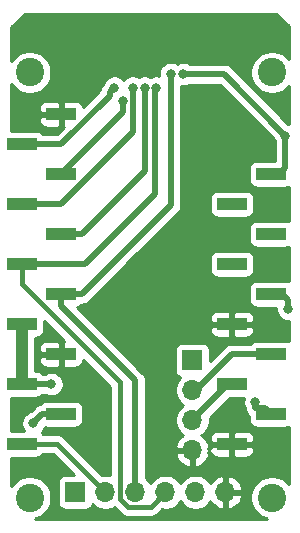
<source format=gbr>
%TF.GenerationSoftware,KiCad,Pcbnew,(5.1.10)-1*%
%TF.CreationDate,2021-11-28T18:03:10+01:00*%
%TF.ProjectId,M5StampC3,4d355374-616d-4704-9333-2e6b69636164,rev?*%
%TF.SameCoordinates,Original*%
%TF.FileFunction,Copper,L2,Bot*%
%TF.FilePolarity,Positive*%
%FSLAX46Y46*%
G04 Gerber Fmt 4.6, Leading zero omitted, Abs format (unit mm)*
G04 Created by KiCad (PCBNEW (5.1.10)-1) date 2021-11-28 18:03:10*
%MOMM*%
%LPD*%
G01*
G04 APERTURE LIST*
%TA.AperFunction,ComponentPad*%
%ADD10O,1.700000X1.700000*%
%TD*%
%TA.AperFunction,ComponentPad*%
%ADD11R,1.700000X1.700000*%
%TD*%
%TA.AperFunction,SMDPad,CuDef*%
%ADD12R,2.510000X1.000000*%
%TD*%
%TA.AperFunction,ViaPad*%
%ADD13C,2.400000*%
%TD*%
%TA.AperFunction,ViaPad*%
%ADD14C,0.800000*%
%TD*%
%TA.AperFunction,Conductor*%
%ADD15C,0.500000*%
%TD*%
%TA.AperFunction,Conductor*%
%ADD16C,1.000000*%
%TD*%
%TA.AperFunction,Conductor*%
%ADD17C,0.400000*%
%TD*%
%TA.AperFunction,Conductor*%
%ADD18C,0.250000*%
%TD*%
%TA.AperFunction,Conductor*%
%ADD19C,0.254000*%
%TD*%
%TA.AperFunction,Conductor*%
%ADD20C,0.100000*%
%TD*%
G04 APERTURE END LIST*
D10*
%TO.P,J4,4*%
%TO.N,GND*%
X129286000Y-78740000D03*
%TO.P,J4,3*%
%TO.N,/D+*%
X129286000Y-76200000D03*
%TO.P,J4,2*%
%TO.N,/D-*%
X129286000Y-73660000D03*
D11*
%TO.P,J4,1*%
%TO.N,+5V*%
X129286000Y-71120000D03*
%TD*%
D10*
%TO.P,J3,6*%
%TO.N,GND*%
X132080000Y-82296000D03*
%TO.P,J3,5*%
%TO.N,/G1*%
X129540000Y-82296000D03*
%TO.P,J3,4*%
%TO.N,/EPD_CLK*%
X127000000Y-82296000D03*
%TO.P,J3,3*%
%TO.N,/EPD_MOSI*%
X124460000Y-82296000D03*
%TO.P,J3,2*%
%TO.N,/G0*%
X121920000Y-82296000D03*
D11*
%TO.P,J3,1*%
%TO.N,+3.3VA*%
X119380000Y-82296000D03*
%TD*%
D12*
%TO.P,J2,10*%
%TO.N,GND*%
X132635000Y-78232000D03*
%TO.P,J2,8*%
%TO.N,/D+*%
X132635000Y-73152000D03*
%TO.P,J2,6*%
%TO.N,GND*%
X132635000Y-68072000D03*
%TO.P,J2,4*%
%TO.N,N/C*%
X132635000Y-62992000D03*
%TO.P,J2,2*%
X132635000Y-57912000D03*
%TO.P,J2,9*%
%TO.N,+5V*%
X135945000Y-75692000D03*
%TO.P,J2,7*%
%TO.N,/D-*%
X135945000Y-70612000D03*
%TO.P,J2,5*%
%TO.N,/G9*%
X135945000Y-65532000D03*
%TO.P,J2,3*%
%TO.N,N/C*%
X135945000Y-60452000D03*
%TO.P,J2,1*%
%TO.N,+3.3VP*%
X135945000Y-55372000D03*
%TD*%
%TO.P,J1,12*%
%TO.N,/G0*%
X114855000Y-78228000D03*
%TO.P,J1,10*%
%TO.N,+5V*%
X114855000Y-73148000D03*
%TO.P,J1,8*%
X114855000Y-68068000D03*
%TO.P,J1,6*%
%TO.N,/EPD_CLK*%
X114855000Y-62988000D03*
%TO.P,J1,4*%
%TO.N,/EPD_DC*%
X114855000Y-57908000D03*
%TO.P,J1,2*%
%TO.N,/EPD_BUSY*%
X114855000Y-52828000D03*
%TO.P,J1,11*%
%TO.N,/G1*%
X118165000Y-75688000D03*
%TO.P,J1,9*%
%TO.N,GND*%
X118165000Y-70608000D03*
%TO.P,J1,7*%
%TO.N,/EPD_MOSI*%
X118165000Y-65528000D03*
%TO.P,J1,5*%
%TO.N,/EPD_CS*%
X118165000Y-60448000D03*
%TO.P,J1,3*%
%TO.N,/EPD_RST*%
X118165000Y-55368000D03*
%TO.P,J1,1*%
%TO.N,GND*%
X118165000Y-50288000D03*
%TD*%
D13*
%TO.N,*%
X136010000Y-82758000D03*
X115510000Y-82758000D03*
X115510000Y-46758000D03*
X136010000Y-46758000D03*
D14*
%TO.N,+5V*%
X117348000Y-73152000D03*
X134620000Y-74676000D03*
%TO.N,GND*%
X120650000Y-74676000D03*
X125730000Y-70358000D03*
X129016000Y-42870000D03*
X122230000Y-42870000D03*
X128778000Y-55372000D03*
X131826000Y-55372000D03*
X125222000Y-65024000D03*
X114554000Y-74676000D03*
X137160000Y-49022000D03*
%TO.N,+3.3VP*%
X128524000Y-46897080D03*
X137160000Y-52110000D03*
%TO.N,/EPD_MOSI*%
X127469610Y-46897080D03*
%TO.N,/EPD_RST*%
X123407000Y-49163791D03*
%TO.N,/EPD_DC*%
X124237994Y-48046000D03*
%TO.N,/EPD_CS*%
X125237997Y-48046000D03*
%TO.N,/EPD_CLK*%
X126238000Y-48046000D03*
%TO.N,/EPD_BUSY*%
X122682000Y-48046000D03*
%TO.N,/G1*%
X115824000Y-76454000D03*
%TO.N,/G9*%
X137414000Y-66802000D03*
%TD*%
D15*
%TO.N,+5V*%
X117344000Y-73148000D02*
X117348000Y-73152000D01*
X114855000Y-73148000D02*
X117344000Y-73148000D01*
D16*
X114855000Y-68068000D02*
X114855000Y-71073000D01*
D15*
X134620000Y-74676000D02*
X134620000Y-75184000D01*
X135437000Y-75184000D02*
X135945000Y-75692000D01*
X134620000Y-75184000D02*
X135437000Y-75184000D01*
D16*
X114855000Y-71073000D02*
X114855000Y-73148000D01*
D15*
%TO.N,+3.3VP*%
X131947080Y-46897080D02*
X137160000Y-52110000D01*
X128524000Y-46897080D02*
X131947080Y-46897080D01*
X135945000Y-55372000D02*
X136652000Y-55372000D01*
X136652000Y-55372000D02*
X137160000Y-54864000D01*
X137160000Y-54864000D02*
X137160000Y-52110000D01*
%TO.N,/EPD_MOSI*%
X127469610Y-57978390D02*
X127469610Y-46897080D01*
X119920000Y-65528000D02*
X127469610Y-57978390D01*
X118165000Y-65528000D02*
X119920000Y-65528000D01*
X124460000Y-72823000D02*
X124460000Y-82296000D01*
X118165000Y-66528000D02*
X124460000Y-72823000D01*
X118165000Y-65528000D02*
X118165000Y-66528000D01*
%TO.N,/EPD_RST*%
X123407000Y-50126000D02*
X123407000Y-49163791D01*
X118165000Y-55368000D02*
X123407000Y-50126000D01*
%TO.N,/EPD_DC*%
X118190002Y-57908000D02*
X115079010Y-57908000D01*
X124257001Y-51841001D02*
X118190002Y-57908000D01*
X124257001Y-48755790D02*
X124257001Y-51841001D01*
X124237994Y-48736783D02*
X124257001Y-48755790D01*
X124237994Y-48046000D02*
X124237994Y-48736783D01*
%TO.N,/EPD_CS*%
X125237997Y-55130003D02*
X125237997Y-48046000D01*
X119920000Y-60448000D02*
X125237997Y-55130003D01*
X118165000Y-60448000D02*
X119920000Y-60448000D01*
%TO.N,/EPD_CLK*%
X120174002Y-62988000D02*
X115079010Y-62988000D01*
X126087998Y-57074004D02*
X120174002Y-62988000D01*
X126198000Y-48046000D02*
X126087998Y-48156002D01*
X126087998Y-48156002D02*
X126087998Y-57074004D01*
X126238000Y-48046000D02*
X126198000Y-48046000D01*
D17*
X114855000Y-64693002D02*
X114855000Y-62988000D01*
X123170001Y-73008003D02*
X114855000Y-64693002D01*
X123170001Y-82896001D02*
X123170001Y-73008003D01*
X123820001Y-83546001D02*
X123170001Y-82896001D01*
X125749999Y-83546001D02*
X123820001Y-83546001D01*
X127000000Y-82296000D02*
X125749999Y-83546001D01*
D18*
%TO.N,/EPD_BUSY*%
X122682000Y-47815000D02*
X122682000Y-48300000D01*
D15*
X118190002Y-52828000D02*
X115079010Y-52828000D01*
X122282001Y-48736001D02*
X118190002Y-52828000D01*
X122282001Y-48445999D02*
X122282001Y-48736001D01*
X122682000Y-48046000D02*
X122282001Y-48445999D01*
D17*
%TO.N,/G0*%
X117852000Y-78228000D02*
X121920000Y-82296000D01*
X114855000Y-78228000D02*
X117852000Y-78228000D01*
D15*
%TO.N,/G1*%
X116590000Y-75688000D02*
X115824000Y-76454000D01*
X118165000Y-75688000D02*
X116590000Y-75688000D01*
%TO.N,/D+*%
X132334000Y-73152000D02*
X129286000Y-76200000D01*
X132635000Y-73152000D02*
X132334000Y-73152000D01*
%TO.N,/D-*%
X129561998Y-73660000D02*
X129286000Y-73660000D01*
X132609998Y-70612000D02*
X129561998Y-73660000D01*
X135945000Y-70612000D02*
X132609998Y-70612000D01*
%TO.N,/G9*%
X135945000Y-65532000D02*
X136906000Y-65532000D01*
X137414000Y-66040000D02*
X137414000Y-66802000D01*
X136906000Y-65532000D02*
X137414000Y-66040000D01*
%TD*%
D19*
%TO.N,GND*%
X136153465Y-52355044D02*
X136164774Y-52411898D01*
X136242795Y-52600256D01*
X136275001Y-52648456D01*
X136275000Y-54233928D01*
X134690000Y-54233928D01*
X134565518Y-54246188D01*
X134445820Y-54282498D01*
X134335506Y-54341463D01*
X134238815Y-54420815D01*
X134159463Y-54517506D01*
X134100498Y-54627820D01*
X134064188Y-54747518D01*
X134051928Y-54872000D01*
X134051928Y-55872000D01*
X134064188Y-55996482D01*
X134100498Y-56116180D01*
X134159463Y-56226494D01*
X134238815Y-56323185D01*
X134335506Y-56402537D01*
X134445820Y-56461502D01*
X134565518Y-56497812D01*
X134690000Y-56510072D01*
X137200000Y-56510072D01*
X137324482Y-56497812D01*
X137444180Y-56461502D01*
X137466001Y-56449838D01*
X137466001Y-59374162D01*
X137444180Y-59362498D01*
X137324482Y-59326188D01*
X137200000Y-59313928D01*
X134690000Y-59313928D01*
X134565518Y-59326188D01*
X134445820Y-59362498D01*
X134335506Y-59421463D01*
X134238815Y-59500815D01*
X134159463Y-59597506D01*
X134100498Y-59707820D01*
X134064188Y-59827518D01*
X134051928Y-59952000D01*
X134051928Y-60952000D01*
X134064188Y-61076482D01*
X134100498Y-61196180D01*
X134159463Y-61306494D01*
X134238815Y-61403185D01*
X134335506Y-61482537D01*
X134445820Y-61541502D01*
X134565518Y-61577812D01*
X134690000Y-61590072D01*
X137200000Y-61590072D01*
X137324482Y-61577812D01*
X137444180Y-61541502D01*
X137466001Y-61529838D01*
X137466000Y-64454161D01*
X137444180Y-64442498D01*
X137324482Y-64406188D01*
X137200000Y-64393928D01*
X134690000Y-64393928D01*
X134565518Y-64406188D01*
X134445820Y-64442498D01*
X134335506Y-64501463D01*
X134238815Y-64580815D01*
X134159463Y-64677506D01*
X134100498Y-64787820D01*
X134064188Y-64907518D01*
X134051928Y-65032000D01*
X134051928Y-66032000D01*
X134064188Y-66156482D01*
X134100498Y-66276180D01*
X134159463Y-66386494D01*
X134238815Y-66483185D01*
X134335506Y-66562537D01*
X134445820Y-66621502D01*
X134565518Y-66657812D01*
X134690000Y-66670072D01*
X136384965Y-66670072D01*
X136379000Y-66700061D01*
X136379000Y-66903939D01*
X136418774Y-67103898D01*
X136496795Y-67292256D01*
X136610063Y-67461774D01*
X136754226Y-67605937D01*
X136923744Y-67719205D01*
X137112102Y-67797226D01*
X137312061Y-67837000D01*
X137466000Y-67837000D01*
X137466000Y-69534161D01*
X137444180Y-69522498D01*
X137324482Y-69486188D01*
X137200000Y-69473928D01*
X134690000Y-69473928D01*
X134565518Y-69486188D01*
X134445820Y-69522498D01*
X134335506Y-69581463D01*
X134238815Y-69660815D01*
X134184499Y-69727000D01*
X132653467Y-69727000D01*
X132609998Y-69722719D01*
X132566529Y-69727000D01*
X132566521Y-69727000D01*
X132451304Y-69738348D01*
X132436507Y-69739805D01*
X132385901Y-69755157D01*
X132269685Y-69790411D01*
X132115939Y-69872589D01*
X132063645Y-69915506D01*
X132014951Y-69955468D01*
X132014949Y-69955470D01*
X131981181Y-69983183D01*
X131953468Y-70016951D01*
X130774072Y-71196347D01*
X130774072Y-70270000D01*
X130761812Y-70145518D01*
X130725502Y-70025820D01*
X130666537Y-69915506D01*
X130587185Y-69818815D01*
X130490494Y-69739463D01*
X130380180Y-69680498D01*
X130260482Y-69644188D01*
X130136000Y-69631928D01*
X128436000Y-69631928D01*
X128311518Y-69644188D01*
X128191820Y-69680498D01*
X128081506Y-69739463D01*
X127984815Y-69818815D01*
X127905463Y-69915506D01*
X127846498Y-70025820D01*
X127810188Y-70145518D01*
X127797928Y-70270000D01*
X127797928Y-71970000D01*
X127810188Y-72094482D01*
X127846498Y-72214180D01*
X127905463Y-72324494D01*
X127984815Y-72421185D01*
X128081506Y-72500537D01*
X128191820Y-72559502D01*
X128264380Y-72581513D01*
X128132525Y-72713368D01*
X127970010Y-72956589D01*
X127858068Y-73226842D01*
X127801000Y-73513740D01*
X127801000Y-73806260D01*
X127858068Y-74093158D01*
X127970010Y-74363411D01*
X128132525Y-74606632D01*
X128339368Y-74813475D01*
X128513760Y-74930000D01*
X128339368Y-75046525D01*
X128132525Y-75253368D01*
X127970010Y-75496589D01*
X127858068Y-75766842D01*
X127801000Y-76053740D01*
X127801000Y-76346260D01*
X127858068Y-76633158D01*
X127970010Y-76903411D01*
X128132525Y-77146632D01*
X128339368Y-77353475D01*
X128521534Y-77475195D01*
X128404645Y-77544822D01*
X128188412Y-77739731D01*
X128014359Y-77973080D01*
X127889175Y-78235901D01*
X127844524Y-78383110D01*
X127965845Y-78613000D01*
X129159000Y-78613000D01*
X129159000Y-78593000D01*
X129413000Y-78593000D01*
X129413000Y-78613000D01*
X129433000Y-78613000D01*
X129433000Y-78867000D01*
X129413000Y-78867000D01*
X129413000Y-80060814D01*
X129642891Y-80181481D01*
X129917252Y-80084157D01*
X130167355Y-79935178D01*
X130383588Y-79740269D01*
X130557641Y-79506920D01*
X130682825Y-79244099D01*
X130727476Y-79096890D01*
X130606156Y-78867002D01*
X130757379Y-78867002D01*
X130790498Y-78976180D01*
X130849463Y-79086494D01*
X130928815Y-79183185D01*
X131025506Y-79262537D01*
X131135820Y-79321502D01*
X131255518Y-79357812D01*
X131380000Y-79370072D01*
X132349250Y-79367000D01*
X132508000Y-79208250D01*
X132508000Y-78359000D01*
X132762000Y-78359000D01*
X132762000Y-79208250D01*
X132920750Y-79367000D01*
X133890000Y-79370072D01*
X134014482Y-79357812D01*
X134134180Y-79321502D01*
X134244494Y-79262537D01*
X134341185Y-79183185D01*
X134420537Y-79086494D01*
X134479502Y-78976180D01*
X134515812Y-78856482D01*
X134528072Y-78732000D01*
X134525000Y-78517750D01*
X134366250Y-78359000D01*
X132762000Y-78359000D01*
X132508000Y-78359000D01*
X130903750Y-78359000D01*
X130745000Y-78517750D01*
X130743634Y-78612998D01*
X130606156Y-78612998D01*
X130727476Y-78383110D01*
X130682825Y-78235901D01*
X130557641Y-77973080D01*
X130383588Y-77739731D01*
X130375012Y-77732000D01*
X130741928Y-77732000D01*
X130745000Y-77946250D01*
X130903750Y-78105000D01*
X132508000Y-78105000D01*
X132508000Y-77255750D01*
X132762000Y-77255750D01*
X132762000Y-78105000D01*
X134366250Y-78105000D01*
X134525000Y-77946250D01*
X134528072Y-77732000D01*
X134515812Y-77607518D01*
X134479502Y-77487820D01*
X134420537Y-77377506D01*
X134341185Y-77280815D01*
X134244494Y-77201463D01*
X134134180Y-77142498D01*
X134014482Y-77106188D01*
X133890000Y-77093928D01*
X132920750Y-77097000D01*
X132762000Y-77255750D01*
X132508000Y-77255750D01*
X132349250Y-77097000D01*
X131380000Y-77093928D01*
X131255518Y-77106188D01*
X131135820Y-77142498D01*
X131025506Y-77201463D01*
X130928815Y-77280815D01*
X130849463Y-77377506D01*
X130790498Y-77487820D01*
X130754188Y-77607518D01*
X130741928Y-77732000D01*
X130375012Y-77732000D01*
X130167355Y-77544822D01*
X130050466Y-77475195D01*
X130232632Y-77353475D01*
X130439475Y-77146632D01*
X130601990Y-76903411D01*
X130713932Y-76633158D01*
X130771000Y-76346260D01*
X130771000Y-76053740D01*
X130756539Y-75981039D01*
X132447507Y-74290072D01*
X133659581Y-74290072D01*
X133624774Y-74374102D01*
X133585000Y-74574061D01*
X133585000Y-74777939D01*
X133624774Y-74977898D01*
X133702795Y-75166256D01*
X133733496Y-75212203D01*
X133747805Y-75357490D01*
X133798411Y-75524313D01*
X133880589Y-75678059D01*
X133991183Y-75812817D01*
X134051928Y-75862670D01*
X134051928Y-76192000D01*
X134064188Y-76316482D01*
X134100498Y-76436180D01*
X134159463Y-76546494D01*
X134238815Y-76643185D01*
X134335506Y-76722537D01*
X134445820Y-76781502D01*
X134565518Y-76817812D01*
X134690000Y-76830072D01*
X137200000Y-76830072D01*
X137324482Y-76817812D01*
X137444180Y-76781502D01*
X137466000Y-76769839D01*
X137466000Y-81634145D01*
X137435338Y-81588256D01*
X137179744Y-81332662D01*
X136879199Y-81131844D01*
X136545250Y-80993518D01*
X136190732Y-80923000D01*
X135829268Y-80923000D01*
X135474750Y-80993518D01*
X135140801Y-81131844D01*
X134840256Y-81332662D01*
X134584662Y-81588256D01*
X134383844Y-81888801D01*
X134245518Y-82222750D01*
X134175000Y-82577268D01*
X134175000Y-82938732D01*
X134245518Y-83293250D01*
X134383844Y-83627199D01*
X134584662Y-83927744D01*
X134840256Y-84183338D01*
X135140801Y-84384156D01*
X135474750Y-84522482D01*
X135603038Y-84548000D01*
X115916962Y-84548000D01*
X116045250Y-84522482D01*
X116379199Y-84384156D01*
X116679744Y-84183338D01*
X116935338Y-83927744D01*
X117136156Y-83627199D01*
X117274482Y-83293250D01*
X117345000Y-82938732D01*
X117345000Y-82577268D01*
X117274482Y-82222750D01*
X117136156Y-81888801D01*
X116935338Y-81588256D01*
X116679744Y-81332662D01*
X116379199Y-81131844D01*
X116045250Y-80993518D01*
X115690732Y-80923000D01*
X115329268Y-80923000D01*
X114974750Y-80993518D01*
X114640801Y-81131844D01*
X114340256Y-81332662D01*
X114084662Y-81588256D01*
X113964000Y-81768839D01*
X113964000Y-79366072D01*
X116110000Y-79366072D01*
X116234482Y-79353812D01*
X116354180Y-79317502D01*
X116464494Y-79258537D01*
X116561185Y-79179185D01*
X116640537Y-79082494D01*
X116650957Y-79063000D01*
X117506133Y-79063000D01*
X119251060Y-80807928D01*
X118530000Y-80807928D01*
X118405518Y-80820188D01*
X118285820Y-80856498D01*
X118175506Y-80915463D01*
X118078815Y-80994815D01*
X117999463Y-81091506D01*
X117940498Y-81201820D01*
X117904188Y-81321518D01*
X117891928Y-81446000D01*
X117891928Y-83146000D01*
X117904188Y-83270482D01*
X117940498Y-83390180D01*
X117999463Y-83500494D01*
X118078815Y-83597185D01*
X118175506Y-83676537D01*
X118285820Y-83735502D01*
X118405518Y-83771812D01*
X118530000Y-83784072D01*
X120230000Y-83784072D01*
X120354482Y-83771812D01*
X120474180Y-83735502D01*
X120584494Y-83676537D01*
X120681185Y-83597185D01*
X120760537Y-83500494D01*
X120819502Y-83390180D01*
X120841513Y-83317620D01*
X120973368Y-83449475D01*
X121216589Y-83611990D01*
X121486842Y-83723932D01*
X121773740Y-83781000D01*
X122066260Y-83781000D01*
X122353158Y-83723932D01*
X122623411Y-83611990D01*
X122672394Y-83579261D01*
X123200564Y-84107432D01*
X123226710Y-84139292D01*
X123258569Y-84165438D01*
X123258571Y-84165440D01*
X123353855Y-84243637D01*
X123498914Y-84321173D01*
X123656312Y-84368919D01*
X123820001Y-84385041D01*
X123861019Y-84381001D01*
X125708981Y-84381001D01*
X125749999Y-84385041D01*
X125791017Y-84381001D01*
X125791018Y-84381001D01*
X125913688Y-84368919D01*
X126071086Y-84321173D01*
X126216145Y-84243637D01*
X126343290Y-84139292D01*
X126369445Y-84107422D01*
X126722060Y-83754807D01*
X126853740Y-83781000D01*
X127146260Y-83781000D01*
X127433158Y-83723932D01*
X127703411Y-83611990D01*
X127946632Y-83449475D01*
X128153475Y-83242632D01*
X128270000Y-83068240D01*
X128386525Y-83242632D01*
X128593368Y-83449475D01*
X128836589Y-83611990D01*
X129106842Y-83723932D01*
X129393740Y-83781000D01*
X129686260Y-83781000D01*
X129973158Y-83723932D01*
X130243411Y-83611990D01*
X130486632Y-83449475D01*
X130693475Y-83242632D01*
X130815195Y-83060466D01*
X130884822Y-83177355D01*
X131079731Y-83393588D01*
X131313080Y-83567641D01*
X131575901Y-83692825D01*
X131723110Y-83737476D01*
X131953000Y-83616155D01*
X131953000Y-82423000D01*
X132207000Y-82423000D01*
X132207000Y-83616155D01*
X132436890Y-83737476D01*
X132584099Y-83692825D01*
X132846920Y-83567641D01*
X133080269Y-83393588D01*
X133275178Y-83177355D01*
X133424157Y-82927252D01*
X133521481Y-82652891D01*
X133400814Y-82423000D01*
X132207000Y-82423000D01*
X131953000Y-82423000D01*
X131933000Y-82423000D01*
X131933000Y-82169000D01*
X131953000Y-82169000D01*
X131953000Y-80975845D01*
X132207000Y-80975845D01*
X132207000Y-82169000D01*
X133400814Y-82169000D01*
X133521481Y-81939109D01*
X133424157Y-81664748D01*
X133275178Y-81414645D01*
X133080269Y-81198412D01*
X132846920Y-81024359D01*
X132584099Y-80899175D01*
X132436890Y-80854524D01*
X132207000Y-80975845D01*
X131953000Y-80975845D01*
X131723110Y-80854524D01*
X131575901Y-80899175D01*
X131313080Y-81024359D01*
X131079731Y-81198412D01*
X130884822Y-81414645D01*
X130815195Y-81531534D01*
X130693475Y-81349368D01*
X130486632Y-81142525D01*
X130243411Y-80980010D01*
X129973158Y-80868068D01*
X129686260Y-80811000D01*
X129393740Y-80811000D01*
X129106842Y-80868068D01*
X128836589Y-80980010D01*
X128593368Y-81142525D01*
X128386525Y-81349368D01*
X128270000Y-81523760D01*
X128153475Y-81349368D01*
X127946632Y-81142525D01*
X127703411Y-80980010D01*
X127433158Y-80868068D01*
X127146260Y-80811000D01*
X126853740Y-80811000D01*
X126566842Y-80868068D01*
X126296589Y-80980010D01*
X126053368Y-81142525D01*
X125846525Y-81349368D01*
X125730000Y-81523760D01*
X125613475Y-81349368D01*
X125406632Y-81142525D01*
X125345000Y-81101344D01*
X125345000Y-79096890D01*
X127844524Y-79096890D01*
X127889175Y-79244099D01*
X128014359Y-79506920D01*
X128188412Y-79740269D01*
X128404645Y-79935178D01*
X128654748Y-80084157D01*
X128929109Y-80181481D01*
X129159000Y-80060814D01*
X129159000Y-78867000D01*
X127965845Y-78867000D01*
X127844524Y-79096890D01*
X125345000Y-79096890D01*
X125345000Y-72866465D01*
X125349281Y-72822999D01*
X125345000Y-72779533D01*
X125345000Y-72779523D01*
X125332195Y-72649510D01*
X125281589Y-72482687D01*
X125199411Y-72328941D01*
X125088817Y-72194183D01*
X125055051Y-72166472D01*
X121460579Y-68572000D01*
X130741928Y-68572000D01*
X130754188Y-68696482D01*
X130790498Y-68816180D01*
X130849463Y-68926494D01*
X130928815Y-69023185D01*
X131025506Y-69102537D01*
X131135820Y-69161502D01*
X131255518Y-69197812D01*
X131380000Y-69210072D01*
X132349250Y-69207000D01*
X132508000Y-69048250D01*
X132508000Y-68199000D01*
X132762000Y-68199000D01*
X132762000Y-69048250D01*
X132920750Y-69207000D01*
X133890000Y-69210072D01*
X134014482Y-69197812D01*
X134134180Y-69161502D01*
X134244494Y-69102537D01*
X134341185Y-69023185D01*
X134420537Y-68926494D01*
X134479502Y-68816180D01*
X134515812Y-68696482D01*
X134528072Y-68572000D01*
X134525000Y-68357750D01*
X134366250Y-68199000D01*
X132762000Y-68199000D01*
X132508000Y-68199000D01*
X130903750Y-68199000D01*
X130745000Y-68357750D01*
X130741928Y-68572000D01*
X121460579Y-68572000D01*
X120460579Y-67572000D01*
X130741928Y-67572000D01*
X130745000Y-67786250D01*
X130903750Y-67945000D01*
X132508000Y-67945000D01*
X132508000Y-67095750D01*
X132762000Y-67095750D01*
X132762000Y-67945000D01*
X134366250Y-67945000D01*
X134525000Y-67786250D01*
X134528072Y-67572000D01*
X134515812Y-67447518D01*
X134479502Y-67327820D01*
X134420537Y-67217506D01*
X134341185Y-67120815D01*
X134244494Y-67041463D01*
X134134180Y-66982498D01*
X134014482Y-66946188D01*
X133890000Y-66933928D01*
X132920750Y-66937000D01*
X132762000Y-67095750D01*
X132508000Y-67095750D01*
X132349250Y-66937000D01*
X131380000Y-66933928D01*
X131255518Y-66946188D01*
X131135820Y-66982498D01*
X131025506Y-67041463D01*
X130928815Y-67120815D01*
X130849463Y-67217506D01*
X130790498Y-67327820D01*
X130754188Y-67447518D01*
X130741928Y-67572000D01*
X120460579Y-67572000D01*
X119542578Y-66654000D01*
X119544482Y-66653812D01*
X119664180Y-66617502D01*
X119774494Y-66558537D01*
X119871185Y-66479185D01*
X119922163Y-66417068D01*
X119963469Y-66413000D01*
X119963477Y-66413000D01*
X120093490Y-66400195D01*
X120260313Y-66349589D01*
X120414059Y-66267411D01*
X120548817Y-66156817D01*
X120576534Y-66123044D01*
X124207578Y-62492000D01*
X130741928Y-62492000D01*
X130741928Y-63492000D01*
X130754188Y-63616482D01*
X130790498Y-63736180D01*
X130849463Y-63846494D01*
X130928815Y-63943185D01*
X131025506Y-64022537D01*
X131135820Y-64081502D01*
X131255518Y-64117812D01*
X131380000Y-64130072D01*
X133890000Y-64130072D01*
X134014482Y-64117812D01*
X134134180Y-64081502D01*
X134244494Y-64022537D01*
X134341185Y-63943185D01*
X134420537Y-63846494D01*
X134479502Y-63736180D01*
X134515812Y-63616482D01*
X134528072Y-63492000D01*
X134528072Y-62492000D01*
X134515812Y-62367518D01*
X134479502Y-62247820D01*
X134420537Y-62137506D01*
X134341185Y-62040815D01*
X134244494Y-61961463D01*
X134134180Y-61902498D01*
X134014482Y-61866188D01*
X133890000Y-61853928D01*
X131380000Y-61853928D01*
X131255518Y-61866188D01*
X131135820Y-61902498D01*
X131025506Y-61961463D01*
X130928815Y-62040815D01*
X130849463Y-62137506D01*
X130790498Y-62247820D01*
X130754188Y-62367518D01*
X130741928Y-62492000D01*
X124207578Y-62492000D01*
X128064661Y-58634918D01*
X128098427Y-58607207D01*
X128209021Y-58472449D01*
X128291199Y-58318703D01*
X128341805Y-58151880D01*
X128354610Y-58021867D01*
X128354610Y-58021859D01*
X128358891Y-57978390D01*
X128354610Y-57934921D01*
X128354610Y-57412000D01*
X130741928Y-57412000D01*
X130741928Y-58412000D01*
X130754188Y-58536482D01*
X130790498Y-58656180D01*
X130849463Y-58766494D01*
X130928815Y-58863185D01*
X131025506Y-58942537D01*
X131135820Y-59001502D01*
X131255518Y-59037812D01*
X131380000Y-59050072D01*
X133890000Y-59050072D01*
X134014482Y-59037812D01*
X134134180Y-59001502D01*
X134244494Y-58942537D01*
X134341185Y-58863185D01*
X134420537Y-58766494D01*
X134479502Y-58656180D01*
X134515812Y-58536482D01*
X134528072Y-58412000D01*
X134528072Y-57412000D01*
X134515812Y-57287518D01*
X134479502Y-57167820D01*
X134420537Y-57057506D01*
X134341185Y-56960815D01*
X134244494Y-56881463D01*
X134134180Y-56822498D01*
X134014482Y-56786188D01*
X133890000Y-56773928D01*
X131380000Y-56773928D01*
X131255518Y-56786188D01*
X131135820Y-56822498D01*
X131025506Y-56881463D01*
X130928815Y-56960815D01*
X130849463Y-57057506D01*
X130790498Y-57167820D01*
X130754188Y-57287518D01*
X130741928Y-57412000D01*
X128354610Y-57412000D01*
X128354610Y-47918663D01*
X128422061Y-47932080D01*
X128625939Y-47932080D01*
X128825898Y-47892306D01*
X129014256Y-47814285D01*
X129062454Y-47782080D01*
X131580502Y-47782080D01*
X136153465Y-52355044D01*
%TA.AperFunction,Conductor*%
D20*
G36*
X136153465Y-52355044D02*
G01*
X136164774Y-52411898D01*
X136242795Y-52600256D01*
X136275001Y-52648456D01*
X136275000Y-54233928D01*
X134690000Y-54233928D01*
X134565518Y-54246188D01*
X134445820Y-54282498D01*
X134335506Y-54341463D01*
X134238815Y-54420815D01*
X134159463Y-54517506D01*
X134100498Y-54627820D01*
X134064188Y-54747518D01*
X134051928Y-54872000D01*
X134051928Y-55872000D01*
X134064188Y-55996482D01*
X134100498Y-56116180D01*
X134159463Y-56226494D01*
X134238815Y-56323185D01*
X134335506Y-56402537D01*
X134445820Y-56461502D01*
X134565518Y-56497812D01*
X134690000Y-56510072D01*
X137200000Y-56510072D01*
X137324482Y-56497812D01*
X137444180Y-56461502D01*
X137466001Y-56449838D01*
X137466001Y-59374162D01*
X137444180Y-59362498D01*
X137324482Y-59326188D01*
X137200000Y-59313928D01*
X134690000Y-59313928D01*
X134565518Y-59326188D01*
X134445820Y-59362498D01*
X134335506Y-59421463D01*
X134238815Y-59500815D01*
X134159463Y-59597506D01*
X134100498Y-59707820D01*
X134064188Y-59827518D01*
X134051928Y-59952000D01*
X134051928Y-60952000D01*
X134064188Y-61076482D01*
X134100498Y-61196180D01*
X134159463Y-61306494D01*
X134238815Y-61403185D01*
X134335506Y-61482537D01*
X134445820Y-61541502D01*
X134565518Y-61577812D01*
X134690000Y-61590072D01*
X137200000Y-61590072D01*
X137324482Y-61577812D01*
X137444180Y-61541502D01*
X137466001Y-61529838D01*
X137466000Y-64454161D01*
X137444180Y-64442498D01*
X137324482Y-64406188D01*
X137200000Y-64393928D01*
X134690000Y-64393928D01*
X134565518Y-64406188D01*
X134445820Y-64442498D01*
X134335506Y-64501463D01*
X134238815Y-64580815D01*
X134159463Y-64677506D01*
X134100498Y-64787820D01*
X134064188Y-64907518D01*
X134051928Y-65032000D01*
X134051928Y-66032000D01*
X134064188Y-66156482D01*
X134100498Y-66276180D01*
X134159463Y-66386494D01*
X134238815Y-66483185D01*
X134335506Y-66562537D01*
X134445820Y-66621502D01*
X134565518Y-66657812D01*
X134690000Y-66670072D01*
X136384965Y-66670072D01*
X136379000Y-66700061D01*
X136379000Y-66903939D01*
X136418774Y-67103898D01*
X136496795Y-67292256D01*
X136610063Y-67461774D01*
X136754226Y-67605937D01*
X136923744Y-67719205D01*
X137112102Y-67797226D01*
X137312061Y-67837000D01*
X137466000Y-67837000D01*
X137466000Y-69534161D01*
X137444180Y-69522498D01*
X137324482Y-69486188D01*
X137200000Y-69473928D01*
X134690000Y-69473928D01*
X134565518Y-69486188D01*
X134445820Y-69522498D01*
X134335506Y-69581463D01*
X134238815Y-69660815D01*
X134184499Y-69727000D01*
X132653467Y-69727000D01*
X132609998Y-69722719D01*
X132566529Y-69727000D01*
X132566521Y-69727000D01*
X132451304Y-69738348D01*
X132436507Y-69739805D01*
X132385901Y-69755157D01*
X132269685Y-69790411D01*
X132115939Y-69872589D01*
X132063645Y-69915506D01*
X132014951Y-69955468D01*
X132014949Y-69955470D01*
X131981181Y-69983183D01*
X131953468Y-70016951D01*
X130774072Y-71196347D01*
X130774072Y-70270000D01*
X130761812Y-70145518D01*
X130725502Y-70025820D01*
X130666537Y-69915506D01*
X130587185Y-69818815D01*
X130490494Y-69739463D01*
X130380180Y-69680498D01*
X130260482Y-69644188D01*
X130136000Y-69631928D01*
X128436000Y-69631928D01*
X128311518Y-69644188D01*
X128191820Y-69680498D01*
X128081506Y-69739463D01*
X127984815Y-69818815D01*
X127905463Y-69915506D01*
X127846498Y-70025820D01*
X127810188Y-70145518D01*
X127797928Y-70270000D01*
X127797928Y-71970000D01*
X127810188Y-72094482D01*
X127846498Y-72214180D01*
X127905463Y-72324494D01*
X127984815Y-72421185D01*
X128081506Y-72500537D01*
X128191820Y-72559502D01*
X128264380Y-72581513D01*
X128132525Y-72713368D01*
X127970010Y-72956589D01*
X127858068Y-73226842D01*
X127801000Y-73513740D01*
X127801000Y-73806260D01*
X127858068Y-74093158D01*
X127970010Y-74363411D01*
X128132525Y-74606632D01*
X128339368Y-74813475D01*
X128513760Y-74930000D01*
X128339368Y-75046525D01*
X128132525Y-75253368D01*
X127970010Y-75496589D01*
X127858068Y-75766842D01*
X127801000Y-76053740D01*
X127801000Y-76346260D01*
X127858068Y-76633158D01*
X127970010Y-76903411D01*
X128132525Y-77146632D01*
X128339368Y-77353475D01*
X128521534Y-77475195D01*
X128404645Y-77544822D01*
X128188412Y-77739731D01*
X128014359Y-77973080D01*
X127889175Y-78235901D01*
X127844524Y-78383110D01*
X127965845Y-78613000D01*
X129159000Y-78613000D01*
X129159000Y-78593000D01*
X129413000Y-78593000D01*
X129413000Y-78613000D01*
X129433000Y-78613000D01*
X129433000Y-78867000D01*
X129413000Y-78867000D01*
X129413000Y-80060814D01*
X129642891Y-80181481D01*
X129917252Y-80084157D01*
X130167355Y-79935178D01*
X130383588Y-79740269D01*
X130557641Y-79506920D01*
X130682825Y-79244099D01*
X130727476Y-79096890D01*
X130606156Y-78867002D01*
X130757379Y-78867002D01*
X130790498Y-78976180D01*
X130849463Y-79086494D01*
X130928815Y-79183185D01*
X131025506Y-79262537D01*
X131135820Y-79321502D01*
X131255518Y-79357812D01*
X131380000Y-79370072D01*
X132349250Y-79367000D01*
X132508000Y-79208250D01*
X132508000Y-78359000D01*
X132762000Y-78359000D01*
X132762000Y-79208250D01*
X132920750Y-79367000D01*
X133890000Y-79370072D01*
X134014482Y-79357812D01*
X134134180Y-79321502D01*
X134244494Y-79262537D01*
X134341185Y-79183185D01*
X134420537Y-79086494D01*
X134479502Y-78976180D01*
X134515812Y-78856482D01*
X134528072Y-78732000D01*
X134525000Y-78517750D01*
X134366250Y-78359000D01*
X132762000Y-78359000D01*
X132508000Y-78359000D01*
X130903750Y-78359000D01*
X130745000Y-78517750D01*
X130743634Y-78612998D01*
X130606156Y-78612998D01*
X130727476Y-78383110D01*
X130682825Y-78235901D01*
X130557641Y-77973080D01*
X130383588Y-77739731D01*
X130375012Y-77732000D01*
X130741928Y-77732000D01*
X130745000Y-77946250D01*
X130903750Y-78105000D01*
X132508000Y-78105000D01*
X132508000Y-77255750D01*
X132762000Y-77255750D01*
X132762000Y-78105000D01*
X134366250Y-78105000D01*
X134525000Y-77946250D01*
X134528072Y-77732000D01*
X134515812Y-77607518D01*
X134479502Y-77487820D01*
X134420537Y-77377506D01*
X134341185Y-77280815D01*
X134244494Y-77201463D01*
X134134180Y-77142498D01*
X134014482Y-77106188D01*
X133890000Y-77093928D01*
X132920750Y-77097000D01*
X132762000Y-77255750D01*
X132508000Y-77255750D01*
X132349250Y-77097000D01*
X131380000Y-77093928D01*
X131255518Y-77106188D01*
X131135820Y-77142498D01*
X131025506Y-77201463D01*
X130928815Y-77280815D01*
X130849463Y-77377506D01*
X130790498Y-77487820D01*
X130754188Y-77607518D01*
X130741928Y-77732000D01*
X130375012Y-77732000D01*
X130167355Y-77544822D01*
X130050466Y-77475195D01*
X130232632Y-77353475D01*
X130439475Y-77146632D01*
X130601990Y-76903411D01*
X130713932Y-76633158D01*
X130771000Y-76346260D01*
X130771000Y-76053740D01*
X130756539Y-75981039D01*
X132447507Y-74290072D01*
X133659581Y-74290072D01*
X133624774Y-74374102D01*
X133585000Y-74574061D01*
X133585000Y-74777939D01*
X133624774Y-74977898D01*
X133702795Y-75166256D01*
X133733496Y-75212203D01*
X133747805Y-75357490D01*
X133798411Y-75524313D01*
X133880589Y-75678059D01*
X133991183Y-75812817D01*
X134051928Y-75862670D01*
X134051928Y-76192000D01*
X134064188Y-76316482D01*
X134100498Y-76436180D01*
X134159463Y-76546494D01*
X134238815Y-76643185D01*
X134335506Y-76722537D01*
X134445820Y-76781502D01*
X134565518Y-76817812D01*
X134690000Y-76830072D01*
X137200000Y-76830072D01*
X137324482Y-76817812D01*
X137444180Y-76781502D01*
X137466000Y-76769839D01*
X137466000Y-81634145D01*
X137435338Y-81588256D01*
X137179744Y-81332662D01*
X136879199Y-81131844D01*
X136545250Y-80993518D01*
X136190732Y-80923000D01*
X135829268Y-80923000D01*
X135474750Y-80993518D01*
X135140801Y-81131844D01*
X134840256Y-81332662D01*
X134584662Y-81588256D01*
X134383844Y-81888801D01*
X134245518Y-82222750D01*
X134175000Y-82577268D01*
X134175000Y-82938732D01*
X134245518Y-83293250D01*
X134383844Y-83627199D01*
X134584662Y-83927744D01*
X134840256Y-84183338D01*
X135140801Y-84384156D01*
X135474750Y-84522482D01*
X135603038Y-84548000D01*
X115916962Y-84548000D01*
X116045250Y-84522482D01*
X116379199Y-84384156D01*
X116679744Y-84183338D01*
X116935338Y-83927744D01*
X117136156Y-83627199D01*
X117274482Y-83293250D01*
X117345000Y-82938732D01*
X117345000Y-82577268D01*
X117274482Y-82222750D01*
X117136156Y-81888801D01*
X116935338Y-81588256D01*
X116679744Y-81332662D01*
X116379199Y-81131844D01*
X116045250Y-80993518D01*
X115690732Y-80923000D01*
X115329268Y-80923000D01*
X114974750Y-80993518D01*
X114640801Y-81131844D01*
X114340256Y-81332662D01*
X114084662Y-81588256D01*
X113964000Y-81768839D01*
X113964000Y-79366072D01*
X116110000Y-79366072D01*
X116234482Y-79353812D01*
X116354180Y-79317502D01*
X116464494Y-79258537D01*
X116561185Y-79179185D01*
X116640537Y-79082494D01*
X116650957Y-79063000D01*
X117506133Y-79063000D01*
X119251060Y-80807928D01*
X118530000Y-80807928D01*
X118405518Y-80820188D01*
X118285820Y-80856498D01*
X118175506Y-80915463D01*
X118078815Y-80994815D01*
X117999463Y-81091506D01*
X117940498Y-81201820D01*
X117904188Y-81321518D01*
X117891928Y-81446000D01*
X117891928Y-83146000D01*
X117904188Y-83270482D01*
X117940498Y-83390180D01*
X117999463Y-83500494D01*
X118078815Y-83597185D01*
X118175506Y-83676537D01*
X118285820Y-83735502D01*
X118405518Y-83771812D01*
X118530000Y-83784072D01*
X120230000Y-83784072D01*
X120354482Y-83771812D01*
X120474180Y-83735502D01*
X120584494Y-83676537D01*
X120681185Y-83597185D01*
X120760537Y-83500494D01*
X120819502Y-83390180D01*
X120841513Y-83317620D01*
X120973368Y-83449475D01*
X121216589Y-83611990D01*
X121486842Y-83723932D01*
X121773740Y-83781000D01*
X122066260Y-83781000D01*
X122353158Y-83723932D01*
X122623411Y-83611990D01*
X122672394Y-83579261D01*
X123200564Y-84107432D01*
X123226710Y-84139292D01*
X123258569Y-84165438D01*
X123258571Y-84165440D01*
X123353855Y-84243637D01*
X123498914Y-84321173D01*
X123656312Y-84368919D01*
X123820001Y-84385041D01*
X123861019Y-84381001D01*
X125708981Y-84381001D01*
X125749999Y-84385041D01*
X125791017Y-84381001D01*
X125791018Y-84381001D01*
X125913688Y-84368919D01*
X126071086Y-84321173D01*
X126216145Y-84243637D01*
X126343290Y-84139292D01*
X126369445Y-84107422D01*
X126722060Y-83754807D01*
X126853740Y-83781000D01*
X127146260Y-83781000D01*
X127433158Y-83723932D01*
X127703411Y-83611990D01*
X127946632Y-83449475D01*
X128153475Y-83242632D01*
X128270000Y-83068240D01*
X128386525Y-83242632D01*
X128593368Y-83449475D01*
X128836589Y-83611990D01*
X129106842Y-83723932D01*
X129393740Y-83781000D01*
X129686260Y-83781000D01*
X129973158Y-83723932D01*
X130243411Y-83611990D01*
X130486632Y-83449475D01*
X130693475Y-83242632D01*
X130815195Y-83060466D01*
X130884822Y-83177355D01*
X131079731Y-83393588D01*
X131313080Y-83567641D01*
X131575901Y-83692825D01*
X131723110Y-83737476D01*
X131953000Y-83616155D01*
X131953000Y-82423000D01*
X132207000Y-82423000D01*
X132207000Y-83616155D01*
X132436890Y-83737476D01*
X132584099Y-83692825D01*
X132846920Y-83567641D01*
X133080269Y-83393588D01*
X133275178Y-83177355D01*
X133424157Y-82927252D01*
X133521481Y-82652891D01*
X133400814Y-82423000D01*
X132207000Y-82423000D01*
X131953000Y-82423000D01*
X131933000Y-82423000D01*
X131933000Y-82169000D01*
X131953000Y-82169000D01*
X131953000Y-80975845D01*
X132207000Y-80975845D01*
X132207000Y-82169000D01*
X133400814Y-82169000D01*
X133521481Y-81939109D01*
X133424157Y-81664748D01*
X133275178Y-81414645D01*
X133080269Y-81198412D01*
X132846920Y-81024359D01*
X132584099Y-80899175D01*
X132436890Y-80854524D01*
X132207000Y-80975845D01*
X131953000Y-80975845D01*
X131723110Y-80854524D01*
X131575901Y-80899175D01*
X131313080Y-81024359D01*
X131079731Y-81198412D01*
X130884822Y-81414645D01*
X130815195Y-81531534D01*
X130693475Y-81349368D01*
X130486632Y-81142525D01*
X130243411Y-80980010D01*
X129973158Y-80868068D01*
X129686260Y-80811000D01*
X129393740Y-80811000D01*
X129106842Y-80868068D01*
X128836589Y-80980010D01*
X128593368Y-81142525D01*
X128386525Y-81349368D01*
X128270000Y-81523760D01*
X128153475Y-81349368D01*
X127946632Y-81142525D01*
X127703411Y-80980010D01*
X127433158Y-80868068D01*
X127146260Y-80811000D01*
X126853740Y-80811000D01*
X126566842Y-80868068D01*
X126296589Y-80980010D01*
X126053368Y-81142525D01*
X125846525Y-81349368D01*
X125730000Y-81523760D01*
X125613475Y-81349368D01*
X125406632Y-81142525D01*
X125345000Y-81101344D01*
X125345000Y-79096890D01*
X127844524Y-79096890D01*
X127889175Y-79244099D01*
X128014359Y-79506920D01*
X128188412Y-79740269D01*
X128404645Y-79935178D01*
X128654748Y-80084157D01*
X128929109Y-80181481D01*
X129159000Y-80060814D01*
X129159000Y-78867000D01*
X127965845Y-78867000D01*
X127844524Y-79096890D01*
X125345000Y-79096890D01*
X125345000Y-72866465D01*
X125349281Y-72822999D01*
X125345000Y-72779533D01*
X125345000Y-72779523D01*
X125332195Y-72649510D01*
X125281589Y-72482687D01*
X125199411Y-72328941D01*
X125088817Y-72194183D01*
X125055051Y-72166472D01*
X121460579Y-68572000D01*
X130741928Y-68572000D01*
X130754188Y-68696482D01*
X130790498Y-68816180D01*
X130849463Y-68926494D01*
X130928815Y-69023185D01*
X131025506Y-69102537D01*
X131135820Y-69161502D01*
X131255518Y-69197812D01*
X131380000Y-69210072D01*
X132349250Y-69207000D01*
X132508000Y-69048250D01*
X132508000Y-68199000D01*
X132762000Y-68199000D01*
X132762000Y-69048250D01*
X132920750Y-69207000D01*
X133890000Y-69210072D01*
X134014482Y-69197812D01*
X134134180Y-69161502D01*
X134244494Y-69102537D01*
X134341185Y-69023185D01*
X134420537Y-68926494D01*
X134479502Y-68816180D01*
X134515812Y-68696482D01*
X134528072Y-68572000D01*
X134525000Y-68357750D01*
X134366250Y-68199000D01*
X132762000Y-68199000D01*
X132508000Y-68199000D01*
X130903750Y-68199000D01*
X130745000Y-68357750D01*
X130741928Y-68572000D01*
X121460579Y-68572000D01*
X120460579Y-67572000D01*
X130741928Y-67572000D01*
X130745000Y-67786250D01*
X130903750Y-67945000D01*
X132508000Y-67945000D01*
X132508000Y-67095750D01*
X132762000Y-67095750D01*
X132762000Y-67945000D01*
X134366250Y-67945000D01*
X134525000Y-67786250D01*
X134528072Y-67572000D01*
X134515812Y-67447518D01*
X134479502Y-67327820D01*
X134420537Y-67217506D01*
X134341185Y-67120815D01*
X134244494Y-67041463D01*
X134134180Y-66982498D01*
X134014482Y-66946188D01*
X133890000Y-66933928D01*
X132920750Y-66937000D01*
X132762000Y-67095750D01*
X132508000Y-67095750D01*
X132349250Y-66937000D01*
X131380000Y-66933928D01*
X131255518Y-66946188D01*
X131135820Y-66982498D01*
X131025506Y-67041463D01*
X130928815Y-67120815D01*
X130849463Y-67217506D01*
X130790498Y-67327820D01*
X130754188Y-67447518D01*
X130741928Y-67572000D01*
X120460579Y-67572000D01*
X119542578Y-66654000D01*
X119544482Y-66653812D01*
X119664180Y-66617502D01*
X119774494Y-66558537D01*
X119871185Y-66479185D01*
X119922163Y-66417068D01*
X119963469Y-66413000D01*
X119963477Y-66413000D01*
X120093490Y-66400195D01*
X120260313Y-66349589D01*
X120414059Y-66267411D01*
X120548817Y-66156817D01*
X120576534Y-66123044D01*
X124207578Y-62492000D01*
X130741928Y-62492000D01*
X130741928Y-63492000D01*
X130754188Y-63616482D01*
X130790498Y-63736180D01*
X130849463Y-63846494D01*
X130928815Y-63943185D01*
X131025506Y-64022537D01*
X131135820Y-64081502D01*
X131255518Y-64117812D01*
X131380000Y-64130072D01*
X133890000Y-64130072D01*
X134014482Y-64117812D01*
X134134180Y-64081502D01*
X134244494Y-64022537D01*
X134341185Y-63943185D01*
X134420537Y-63846494D01*
X134479502Y-63736180D01*
X134515812Y-63616482D01*
X134528072Y-63492000D01*
X134528072Y-62492000D01*
X134515812Y-62367518D01*
X134479502Y-62247820D01*
X134420537Y-62137506D01*
X134341185Y-62040815D01*
X134244494Y-61961463D01*
X134134180Y-61902498D01*
X134014482Y-61866188D01*
X133890000Y-61853928D01*
X131380000Y-61853928D01*
X131255518Y-61866188D01*
X131135820Y-61902498D01*
X131025506Y-61961463D01*
X130928815Y-62040815D01*
X130849463Y-62137506D01*
X130790498Y-62247820D01*
X130754188Y-62367518D01*
X130741928Y-62492000D01*
X124207578Y-62492000D01*
X128064661Y-58634918D01*
X128098427Y-58607207D01*
X128209021Y-58472449D01*
X128291199Y-58318703D01*
X128341805Y-58151880D01*
X128354610Y-58021867D01*
X128354610Y-58021859D01*
X128358891Y-57978390D01*
X128354610Y-57934921D01*
X128354610Y-57412000D01*
X130741928Y-57412000D01*
X130741928Y-58412000D01*
X130754188Y-58536482D01*
X130790498Y-58656180D01*
X130849463Y-58766494D01*
X130928815Y-58863185D01*
X131025506Y-58942537D01*
X131135820Y-59001502D01*
X131255518Y-59037812D01*
X131380000Y-59050072D01*
X133890000Y-59050072D01*
X134014482Y-59037812D01*
X134134180Y-59001502D01*
X134244494Y-58942537D01*
X134341185Y-58863185D01*
X134420537Y-58766494D01*
X134479502Y-58656180D01*
X134515812Y-58536482D01*
X134528072Y-58412000D01*
X134528072Y-57412000D01*
X134515812Y-57287518D01*
X134479502Y-57167820D01*
X134420537Y-57057506D01*
X134341185Y-56960815D01*
X134244494Y-56881463D01*
X134134180Y-56822498D01*
X134014482Y-56786188D01*
X133890000Y-56773928D01*
X131380000Y-56773928D01*
X131255518Y-56786188D01*
X131135820Y-56822498D01*
X131025506Y-56881463D01*
X130928815Y-56960815D01*
X130849463Y-57057506D01*
X130790498Y-57167820D01*
X130754188Y-57287518D01*
X130741928Y-57412000D01*
X128354610Y-57412000D01*
X128354610Y-47918663D01*
X128422061Y-47932080D01*
X128625939Y-47932080D01*
X128825898Y-47892306D01*
X129014256Y-47814285D01*
X129062454Y-47782080D01*
X131580502Y-47782080D01*
X136153465Y-52355044D01*
G37*
%TD.AperFunction*%
D19*
X118454120Y-69472989D02*
X118450750Y-69473000D01*
X118292000Y-69631750D01*
X118292000Y-70481000D01*
X118312000Y-70481000D01*
X118312000Y-70735000D01*
X118292000Y-70735000D01*
X118292000Y-71584250D01*
X118450750Y-71743000D01*
X119420000Y-71746072D01*
X119544482Y-71733812D01*
X119664180Y-71697502D01*
X119774494Y-71638537D01*
X119871185Y-71559185D01*
X119950537Y-71462494D01*
X120009502Y-71352180D01*
X120045812Y-71232482D01*
X120058072Y-71108000D01*
X120057620Y-71076490D01*
X122335002Y-73353872D01*
X122335001Y-80864456D01*
X122066260Y-80811000D01*
X121773740Y-80811000D01*
X121642061Y-80837193D01*
X118471446Y-77666579D01*
X118445291Y-77634709D01*
X118318146Y-77530364D01*
X118173087Y-77452828D01*
X118015689Y-77405082D01*
X117893019Y-77393000D01*
X117893018Y-77393000D01*
X117852000Y-77388960D01*
X117810982Y-77393000D01*
X116650957Y-77393000D01*
X116640537Y-77373506D01*
X116561185Y-77276815D01*
X116508299Y-77233412D01*
X116627937Y-77113774D01*
X116741205Y-76944256D01*
X116794856Y-76814732D01*
X116910000Y-76826072D01*
X119420000Y-76826072D01*
X119544482Y-76813812D01*
X119664180Y-76777502D01*
X119774494Y-76718537D01*
X119871185Y-76639185D01*
X119950537Y-76542494D01*
X120009502Y-76432180D01*
X120045812Y-76312482D01*
X120058072Y-76188000D01*
X120058072Y-75188000D01*
X120045812Y-75063518D01*
X120009502Y-74943820D01*
X119950537Y-74833506D01*
X119871185Y-74736815D01*
X119774494Y-74657463D01*
X119664180Y-74598498D01*
X119544482Y-74562188D01*
X119420000Y-74549928D01*
X116910000Y-74549928D01*
X116785518Y-74562188D01*
X116665820Y-74598498D01*
X116555506Y-74657463D01*
X116458815Y-74736815D01*
X116386525Y-74824901D01*
X116249686Y-74866411D01*
X116095941Y-74948589D01*
X115994953Y-75031468D01*
X115994951Y-75031470D01*
X115961183Y-75059183D01*
X115933470Y-75092951D01*
X115578956Y-75447465D01*
X115522102Y-75458774D01*
X115333744Y-75536795D01*
X115164226Y-75650063D01*
X115020063Y-75794226D01*
X114906795Y-75963744D01*
X114828774Y-76152102D01*
X114789000Y-76352061D01*
X114789000Y-76555939D01*
X114828774Y-76755898D01*
X114906795Y-76944256D01*
X115004130Y-77089928D01*
X113964000Y-77089928D01*
X113964000Y-74286072D01*
X114830439Y-74286072D01*
X114855000Y-74288491D01*
X114879561Y-74286072D01*
X116110000Y-74286072D01*
X116234482Y-74273812D01*
X116354180Y-74237502D01*
X116464494Y-74178537D01*
X116561185Y-74099185D01*
X116615501Y-74033000D01*
X116803559Y-74033000D01*
X116857744Y-74069205D01*
X117046102Y-74147226D01*
X117246061Y-74187000D01*
X117449939Y-74187000D01*
X117649898Y-74147226D01*
X117838256Y-74069205D01*
X118007774Y-73955937D01*
X118151937Y-73811774D01*
X118265205Y-73642256D01*
X118343226Y-73453898D01*
X118383000Y-73253939D01*
X118383000Y-73050061D01*
X118343226Y-72850102D01*
X118265205Y-72661744D01*
X118151937Y-72492226D01*
X118007774Y-72348063D01*
X117838256Y-72234795D01*
X117649898Y-72156774D01*
X117449939Y-72117000D01*
X117246061Y-72117000D01*
X117046102Y-72156774D01*
X116857744Y-72234795D01*
X116815532Y-72263000D01*
X116615501Y-72263000D01*
X116561185Y-72196815D01*
X116464494Y-72117463D01*
X116354180Y-72058498D01*
X116234482Y-72022188D01*
X116110000Y-72009928D01*
X115990000Y-72009928D01*
X115990000Y-71108000D01*
X116271928Y-71108000D01*
X116284188Y-71232482D01*
X116320498Y-71352180D01*
X116379463Y-71462494D01*
X116458815Y-71559185D01*
X116555506Y-71638537D01*
X116665820Y-71697502D01*
X116785518Y-71733812D01*
X116910000Y-71746072D01*
X117879250Y-71743000D01*
X118038000Y-71584250D01*
X118038000Y-70735000D01*
X116433750Y-70735000D01*
X116275000Y-70893750D01*
X116271928Y-71108000D01*
X115990000Y-71108000D01*
X115990000Y-70108000D01*
X116271928Y-70108000D01*
X116275000Y-70322250D01*
X116433750Y-70481000D01*
X118038000Y-70481000D01*
X118038000Y-69631750D01*
X117879250Y-69473000D01*
X116910000Y-69469928D01*
X116785518Y-69482188D01*
X116665820Y-69518498D01*
X116555506Y-69577463D01*
X116458815Y-69656815D01*
X116379463Y-69753506D01*
X116320498Y-69863820D01*
X116284188Y-69983518D01*
X116271928Y-70108000D01*
X115990000Y-70108000D01*
X115990000Y-69206072D01*
X116110000Y-69206072D01*
X116234482Y-69193812D01*
X116354180Y-69157502D01*
X116464494Y-69098537D01*
X116561185Y-69019185D01*
X116640537Y-68922494D01*
X116699502Y-68812180D01*
X116735812Y-68692482D01*
X116748072Y-68568000D01*
X116748072Y-67766941D01*
X118454120Y-69472989D01*
%TA.AperFunction,Conductor*%
D20*
G36*
X118454120Y-69472989D02*
G01*
X118450750Y-69473000D01*
X118292000Y-69631750D01*
X118292000Y-70481000D01*
X118312000Y-70481000D01*
X118312000Y-70735000D01*
X118292000Y-70735000D01*
X118292000Y-71584250D01*
X118450750Y-71743000D01*
X119420000Y-71746072D01*
X119544482Y-71733812D01*
X119664180Y-71697502D01*
X119774494Y-71638537D01*
X119871185Y-71559185D01*
X119950537Y-71462494D01*
X120009502Y-71352180D01*
X120045812Y-71232482D01*
X120058072Y-71108000D01*
X120057620Y-71076490D01*
X122335002Y-73353872D01*
X122335001Y-80864456D01*
X122066260Y-80811000D01*
X121773740Y-80811000D01*
X121642061Y-80837193D01*
X118471446Y-77666579D01*
X118445291Y-77634709D01*
X118318146Y-77530364D01*
X118173087Y-77452828D01*
X118015689Y-77405082D01*
X117893019Y-77393000D01*
X117893018Y-77393000D01*
X117852000Y-77388960D01*
X117810982Y-77393000D01*
X116650957Y-77393000D01*
X116640537Y-77373506D01*
X116561185Y-77276815D01*
X116508299Y-77233412D01*
X116627937Y-77113774D01*
X116741205Y-76944256D01*
X116794856Y-76814732D01*
X116910000Y-76826072D01*
X119420000Y-76826072D01*
X119544482Y-76813812D01*
X119664180Y-76777502D01*
X119774494Y-76718537D01*
X119871185Y-76639185D01*
X119950537Y-76542494D01*
X120009502Y-76432180D01*
X120045812Y-76312482D01*
X120058072Y-76188000D01*
X120058072Y-75188000D01*
X120045812Y-75063518D01*
X120009502Y-74943820D01*
X119950537Y-74833506D01*
X119871185Y-74736815D01*
X119774494Y-74657463D01*
X119664180Y-74598498D01*
X119544482Y-74562188D01*
X119420000Y-74549928D01*
X116910000Y-74549928D01*
X116785518Y-74562188D01*
X116665820Y-74598498D01*
X116555506Y-74657463D01*
X116458815Y-74736815D01*
X116386525Y-74824901D01*
X116249686Y-74866411D01*
X116095941Y-74948589D01*
X115994953Y-75031468D01*
X115994951Y-75031470D01*
X115961183Y-75059183D01*
X115933470Y-75092951D01*
X115578956Y-75447465D01*
X115522102Y-75458774D01*
X115333744Y-75536795D01*
X115164226Y-75650063D01*
X115020063Y-75794226D01*
X114906795Y-75963744D01*
X114828774Y-76152102D01*
X114789000Y-76352061D01*
X114789000Y-76555939D01*
X114828774Y-76755898D01*
X114906795Y-76944256D01*
X115004130Y-77089928D01*
X113964000Y-77089928D01*
X113964000Y-74286072D01*
X114830439Y-74286072D01*
X114855000Y-74288491D01*
X114879561Y-74286072D01*
X116110000Y-74286072D01*
X116234482Y-74273812D01*
X116354180Y-74237502D01*
X116464494Y-74178537D01*
X116561185Y-74099185D01*
X116615501Y-74033000D01*
X116803559Y-74033000D01*
X116857744Y-74069205D01*
X117046102Y-74147226D01*
X117246061Y-74187000D01*
X117449939Y-74187000D01*
X117649898Y-74147226D01*
X117838256Y-74069205D01*
X118007774Y-73955937D01*
X118151937Y-73811774D01*
X118265205Y-73642256D01*
X118343226Y-73453898D01*
X118383000Y-73253939D01*
X118383000Y-73050061D01*
X118343226Y-72850102D01*
X118265205Y-72661744D01*
X118151937Y-72492226D01*
X118007774Y-72348063D01*
X117838256Y-72234795D01*
X117649898Y-72156774D01*
X117449939Y-72117000D01*
X117246061Y-72117000D01*
X117046102Y-72156774D01*
X116857744Y-72234795D01*
X116815532Y-72263000D01*
X116615501Y-72263000D01*
X116561185Y-72196815D01*
X116464494Y-72117463D01*
X116354180Y-72058498D01*
X116234482Y-72022188D01*
X116110000Y-72009928D01*
X115990000Y-72009928D01*
X115990000Y-71108000D01*
X116271928Y-71108000D01*
X116284188Y-71232482D01*
X116320498Y-71352180D01*
X116379463Y-71462494D01*
X116458815Y-71559185D01*
X116555506Y-71638537D01*
X116665820Y-71697502D01*
X116785518Y-71733812D01*
X116910000Y-71746072D01*
X117879250Y-71743000D01*
X118038000Y-71584250D01*
X118038000Y-70735000D01*
X116433750Y-70735000D01*
X116275000Y-70893750D01*
X116271928Y-71108000D01*
X115990000Y-71108000D01*
X115990000Y-70108000D01*
X116271928Y-70108000D01*
X116275000Y-70322250D01*
X116433750Y-70481000D01*
X118038000Y-70481000D01*
X118038000Y-69631750D01*
X117879250Y-69473000D01*
X116910000Y-69469928D01*
X116785518Y-69482188D01*
X116665820Y-69518498D01*
X116555506Y-69577463D01*
X116458815Y-69656815D01*
X116379463Y-69753506D01*
X116320498Y-69863820D01*
X116284188Y-69983518D01*
X116271928Y-70108000D01*
X115990000Y-70108000D01*
X115990000Y-69206072D01*
X116110000Y-69206072D01*
X116234482Y-69193812D01*
X116354180Y-69157502D01*
X116464494Y-69098537D01*
X116561185Y-69019185D01*
X116640537Y-68922494D01*
X116699502Y-68812180D01*
X116735812Y-68692482D01*
X116748072Y-68568000D01*
X116748072Y-67766941D01*
X118454120Y-69472989D01*
G37*
%TD.AperFunction*%
D19*
X137466001Y-42866093D02*
X137466001Y-45634146D01*
X137435338Y-45588256D01*
X137179744Y-45332662D01*
X136879199Y-45131844D01*
X136545250Y-44993518D01*
X136190732Y-44923000D01*
X135829268Y-44923000D01*
X135474750Y-44993518D01*
X135140801Y-45131844D01*
X134840256Y-45332662D01*
X134584662Y-45588256D01*
X134383844Y-45888801D01*
X134245518Y-46222750D01*
X134175000Y-46577268D01*
X134175000Y-46938732D01*
X134245518Y-47293250D01*
X134383844Y-47627199D01*
X134584662Y-47927744D01*
X134840256Y-48183338D01*
X135140801Y-48384156D01*
X135474750Y-48522482D01*
X135829268Y-48593000D01*
X136190732Y-48593000D01*
X136545250Y-48522482D01*
X136879199Y-48384156D01*
X137179744Y-48183338D01*
X137435338Y-47927744D01*
X137466001Y-47881854D01*
X137466001Y-51116473D01*
X137461898Y-51114774D01*
X137405044Y-51103465D01*
X132603614Y-46302036D01*
X132575897Y-46268263D01*
X132441139Y-46157669D01*
X132287393Y-46075491D01*
X132120570Y-46024885D01*
X131990557Y-46012080D01*
X131990549Y-46012080D01*
X131947080Y-46007799D01*
X131903611Y-46012080D01*
X129062454Y-46012080D01*
X129014256Y-45979875D01*
X128825898Y-45901854D01*
X128625939Y-45862080D01*
X128422061Y-45862080D01*
X128222102Y-45901854D01*
X128033744Y-45979875D01*
X127996805Y-46004557D01*
X127959866Y-45979875D01*
X127771508Y-45901854D01*
X127571549Y-45862080D01*
X127367671Y-45862080D01*
X127167712Y-45901854D01*
X126979354Y-45979875D01*
X126809836Y-46093143D01*
X126665673Y-46237306D01*
X126552405Y-46406824D01*
X126474384Y-46595182D01*
X126434610Y-46795141D01*
X126434610Y-46999019D01*
X126440991Y-47031100D01*
X126339939Y-47011000D01*
X126136061Y-47011000D01*
X125936102Y-47050774D01*
X125747744Y-47128795D01*
X125737999Y-47135307D01*
X125728253Y-47128795D01*
X125539895Y-47050774D01*
X125339936Y-47011000D01*
X125136058Y-47011000D01*
X124936099Y-47050774D01*
X124747741Y-47128795D01*
X124737996Y-47135307D01*
X124728250Y-47128795D01*
X124539892Y-47050774D01*
X124339933Y-47011000D01*
X124136055Y-47011000D01*
X123936096Y-47050774D01*
X123747738Y-47128795D01*
X123578220Y-47242063D01*
X123459997Y-47360286D01*
X123341774Y-47242063D01*
X123172256Y-47128795D01*
X122983898Y-47050774D01*
X122783939Y-47011000D01*
X122580061Y-47011000D01*
X122380102Y-47050774D01*
X122191744Y-47128795D01*
X122022226Y-47242063D01*
X121878063Y-47386226D01*
X121764795Y-47555744D01*
X121686774Y-47744102D01*
X121675955Y-47798494D01*
X121653184Y-47817182D01*
X121542590Y-47951941D01*
X121460412Y-48105687D01*
X121425890Y-48219490D01*
X121413076Y-48261732D01*
X121409806Y-48272510D01*
X121400617Y-48365806D01*
X120050931Y-49715493D01*
X120045812Y-49663518D01*
X120009502Y-49543820D01*
X119950537Y-49433506D01*
X119871185Y-49336815D01*
X119774494Y-49257463D01*
X119664180Y-49198498D01*
X119544482Y-49162188D01*
X119420000Y-49149928D01*
X118450750Y-49153000D01*
X118292000Y-49311750D01*
X118292000Y-50161000D01*
X118312000Y-50161000D01*
X118312000Y-50415000D01*
X118292000Y-50415000D01*
X118292000Y-51264250D01*
X118397087Y-51369337D01*
X117823424Y-51943000D01*
X116615501Y-51943000D01*
X116561185Y-51876815D01*
X116464494Y-51797463D01*
X116354180Y-51738498D01*
X116234482Y-51702188D01*
X116110000Y-51689928D01*
X113964000Y-51689928D01*
X113964000Y-50788000D01*
X116271928Y-50788000D01*
X116284188Y-50912482D01*
X116320498Y-51032180D01*
X116379463Y-51142494D01*
X116458815Y-51239185D01*
X116555506Y-51318537D01*
X116665820Y-51377502D01*
X116785518Y-51413812D01*
X116910000Y-51426072D01*
X117879250Y-51423000D01*
X118038000Y-51264250D01*
X118038000Y-50415000D01*
X116433750Y-50415000D01*
X116275000Y-50573750D01*
X116271928Y-50788000D01*
X113964000Y-50788000D01*
X113964000Y-49788000D01*
X116271928Y-49788000D01*
X116275000Y-50002250D01*
X116433750Y-50161000D01*
X118038000Y-50161000D01*
X118038000Y-49311750D01*
X117879250Y-49153000D01*
X116910000Y-49149928D01*
X116785518Y-49162188D01*
X116665820Y-49198498D01*
X116555506Y-49257463D01*
X116458815Y-49336815D01*
X116379463Y-49433506D01*
X116320498Y-49543820D01*
X116284188Y-49663518D01*
X116271928Y-49788000D01*
X113964000Y-49788000D01*
X113964000Y-47747161D01*
X114084662Y-47927744D01*
X114340256Y-48183338D01*
X114640801Y-48384156D01*
X114974750Y-48522482D01*
X115329268Y-48593000D01*
X115690732Y-48593000D01*
X116045250Y-48522482D01*
X116379199Y-48384156D01*
X116679744Y-48183338D01*
X116935338Y-47927744D01*
X117136156Y-47627199D01*
X117274482Y-47293250D01*
X117345000Y-46938732D01*
X117345000Y-46577268D01*
X117274482Y-46222750D01*
X117136156Y-45888801D01*
X116935338Y-45588256D01*
X116679744Y-45332662D01*
X116379199Y-45131844D01*
X116045250Y-44993518D01*
X115690732Y-44923000D01*
X115329268Y-44923000D01*
X114974750Y-44993518D01*
X114640801Y-45131844D01*
X114340256Y-45332662D01*
X114084662Y-45588256D01*
X113964000Y-45768839D01*
X113964000Y-42879594D01*
X115134768Y-41782000D01*
X136381909Y-41782000D01*
X137466001Y-42866093D01*
%TA.AperFunction,Conductor*%
D20*
G36*
X137466001Y-42866093D02*
G01*
X137466001Y-45634146D01*
X137435338Y-45588256D01*
X137179744Y-45332662D01*
X136879199Y-45131844D01*
X136545250Y-44993518D01*
X136190732Y-44923000D01*
X135829268Y-44923000D01*
X135474750Y-44993518D01*
X135140801Y-45131844D01*
X134840256Y-45332662D01*
X134584662Y-45588256D01*
X134383844Y-45888801D01*
X134245518Y-46222750D01*
X134175000Y-46577268D01*
X134175000Y-46938732D01*
X134245518Y-47293250D01*
X134383844Y-47627199D01*
X134584662Y-47927744D01*
X134840256Y-48183338D01*
X135140801Y-48384156D01*
X135474750Y-48522482D01*
X135829268Y-48593000D01*
X136190732Y-48593000D01*
X136545250Y-48522482D01*
X136879199Y-48384156D01*
X137179744Y-48183338D01*
X137435338Y-47927744D01*
X137466001Y-47881854D01*
X137466001Y-51116473D01*
X137461898Y-51114774D01*
X137405044Y-51103465D01*
X132603614Y-46302036D01*
X132575897Y-46268263D01*
X132441139Y-46157669D01*
X132287393Y-46075491D01*
X132120570Y-46024885D01*
X131990557Y-46012080D01*
X131990549Y-46012080D01*
X131947080Y-46007799D01*
X131903611Y-46012080D01*
X129062454Y-46012080D01*
X129014256Y-45979875D01*
X128825898Y-45901854D01*
X128625939Y-45862080D01*
X128422061Y-45862080D01*
X128222102Y-45901854D01*
X128033744Y-45979875D01*
X127996805Y-46004557D01*
X127959866Y-45979875D01*
X127771508Y-45901854D01*
X127571549Y-45862080D01*
X127367671Y-45862080D01*
X127167712Y-45901854D01*
X126979354Y-45979875D01*
X126809836Y-46093143D01*
X126665673Y-46237306D01*
X126552405Y-46406824D01*
X126474384Y-46595182D01*
X126434610Y-46795141D01*
X126434610Y-46999019D01*
X126440991Y-47031100D01*
X126339939Y-47011000D01*
X126136061Y-47011000D01*
X125936102Y-47050774D01*
X125747744Y-47128795D01*
X125737999Y-47135307D01*
X125728253Y-47128795D01*
X125539895Y-47050774D01*
X125339936Y-47011000D01*
X125136058Y-47011000D01*
X124936099Y-47050774D01*
X124747741Y-47128795D01*
X124737996Y-47135307D01*
X124728250Y-47128795D01*
X124539892Y-47050774D01*
X124339933Y-47011000D01*
X124136055Y-47011000D01*
X123936096Y-47050774D01*
X123747738Y-47128795D01*
X123578220Y-47242063D01*
X123459997Y-47360286D01*
X123341774Y-47242063D01*
X123172256Y-47128795D01*
X122983898Y-47050774D01*
X122783939Y-47011000D01*
X122580061Y-47011000D01*
X122380102Y-47050774D01*
X122191744Y-47128795D01*
X122022226Y-47242063D01*
X121878063Y-47386226D01*
X121764795Y-47555744D01*
X121686774Y-47744102D01*
X121675955Y-47798494D01*
X121653184Y-47817182D01*
X121542590Y-47951941D01*
X121460412Y-48105687D01*
X121425890Y-48219490D01*
X121413076Y-48261732D01*
X121409806Y-48272510D01*
X121400617Y-48365806D01*
X120050931Y-49715493D01*
X120045812Y-49663518D01*
X120009502Y-49543820D01*
X119950537Y-49433506D01*
X119871185Y-49336815D01*
X119774494Y-49257463D01*
X119664180Y-49198498D01*
X119544482Y-49162188D01*
X119420000Y-49149928D01*
X118450750Y-49153000D01*
X118292000Y-49311750D01*
X118292000Y-50161000D01*
X118312000Y-50161000D01*
X118312000Y-50415000D01*
X118292000Y-50415000D01*
X118292000Y-51264250D01*
X118397087Y-51369337D01*
X117823424Y-51943000D01*
X116615501Y-51943000D01*
X116561185Y-51876815D01*
X116464494Y-51797463D01*
X116354180Y-51738498D01*
X116234482Y-51702188D01*
X116110000Y-51689928D01*
X113964000Y-51689928D01*
X113964000Y-50788000D01*
X116271928Y-50788000D01*
X116284188Y-50912482D01*
X116320498Y-51032180D01*
X116379463Y-51142494D01*
X116458815Y-51239185D01*
X116555506Y-51318537D01*
X116665820Y-51377502D01*
X116785518Y-51413812D01*
X116910000Y-51426072D01*
X117879250Y-51423000D01*
X118038000Y-51264250D01*
X118038000Y-50415000D01*
X116433750Y-50415000D01*
X116275000Y-50573750D01*
X116271928Y-50788000D01*
X113964000Y-50788000D01*
X113964000Y-49788000D01*
X116271928Y-49788000D01*
X116275000Y-50002250D01*
X116433750Y-50161000D01*
X118038000Y-50161000D01*
X118038000Y-49311750D01*
X117879250Y-49153000D01*
X116910000Y-49149928D01*
X116785518Y-49162188D01*
X116665820Y-49198498D01*
X116555506Y-49257463D01*
X116458815Y-49336815D01*
X116379463Y-49433506D01*
X116320498Y-49543820D01*
X116284188Y-49663518D01*
X116271928Y-49788000D01*
X113964000Y-49788000D01*
X113964000Y-47747161D01*
X114084662Y-47927744D01*
X114340256Y-48183338D01*
X114640801Y-48384156D01*
X114974750Y-48522482D01*
X115329268Y-48593000D01*
X115690732Y-48593000D01*
X116045250Y-48522482D01*
X116379199Y-48384156D01*
X116679744Y-48183338D01*
X116935338Y-47927744D01*
X117136156Y-47627199D01*
X117274482Y-47293250D01*
X117345000Y-46938732D01*
X117345000Y-46577268D01*
X117274482Y-46222750D01*
X117136156Y-45888801D01*
X116935338Y-45588256D01*
X116679744Y-45332662D01*
X116379199Y-45131844D01*
X116045250Y-44993518D01*
X115690732Y-44923000D01*
X115329268Y-44923000D01*
X114974750Y-44993518D01*
X114640801Y-45131844D01*
X114340256Y-45332662D01*
X114084662Y-45588256D01*
X113964000Y-45768839D01*
X113964000Y-42879594D01*
X115134768Y-41782000D01*
X136381909Y-41782000D01*
X137466001Y-42866093D01*
G37*
%TD.AperFunction*%
%TD*%
M02*

</source>
